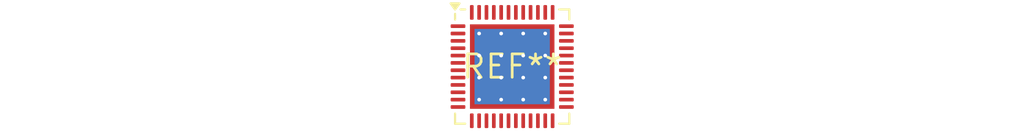
<source format=kicad_pcb>
(kicad_pcb (version 20240108) (generator pcbnew)
  (layers (0 "F.Cu" signal) (31 "B.Cu" signal) (34 "B.Paste" user) (35 "F.Paste" user) (36 "B.SilkS" user "B.Silkscreen") (37 "F.SilkS" user "F.Silkscreen") (38 "B.Mask" user) (39 "F.Mask" user) (44 "Edge.Cuts" user))
  (net 0 "")
  (footprint "QFN-48-1EP_6x6mm_P0.4mm_EP4.6x4.6mm_ThermalVias" (layer "F.Cu") (at 0 0)
    (property "Reference" "REF**")
    (property "Value" "QFN-48-1EP_6x6mm_P0.4mm_EP4.6x4.6mm_ThermalVias")
    (fp_line (start -3.11 -2.56) (end -3.11 -2.87) (layer "F.SilkS") (stroke (width 0.12)))
    (fp_line (start -3.11 3.11) (end -3.11 2.56) (layer "F.SilkS") (stroke (width 0.12)))
    (fp_line (start -2.56 -3.11) (end -2.81 -3.11) (layer "F.SilkS") (stroke (width 0.12)))
    (fp_line (start -2.56 3.11) (end -3.11 3.11) (layer "F.SilkS") (stroke (width 0.12)))
    (fp_line (start 2.56 -3.11) (end 3.11 -3.11) (layer "F.SilkS") (stroke (width 0.12)))
    (fp_line (start 2.56 3.11) (end 3.11 3.11) (layer "F.SilkS") (stroke (width 0.12)))
    (fp_line (start 3.11 -3.11) (end 3.11 -2.56) (layer "F.SilkS") (stroke (width 0.12)))
    (fp_line (start 3.11 3.11) (end 3.11 2.56) (layer "F.SilkS") (stroke (width 0.12)))
    (fp_poly (pts (xy -3.11 -3.11) (xy -3.35 -3.44) (xy -2.87 -3.44) (xy -3.11 -3.11)) (layer "F.SilkS") (stroke (width 0.12)) (fill solid))
    (pad "1" smd roundrect (at -2.95 -2.2) (size 0.8 0.2) (layers "F.Cu" "F.Paste" "F.Mask"))
    (pad "2" smd roundrect (at -2.95 -1.8) (size 0.8 0.2) (layers "F.Cu" "F.Paste" "F.Mask"))
    (pad "3" smd roundrect (at -2.95 -1.4) (size 0.8 0.2) (layers "F.Cu" "F.Paste" "F.Mask"))
    (pad "4" smd roundrect (at -2.95 -1) (size 0.8 0.2) (layers "F.Cu" "F.Paste" "F.Mask"))
    (pad "5" smd roundrect (at -2.95 -0.6) (size 0.8 0.2) (layers "F.Cu" "F.Paste" "F.Mask"))
    (pad "6" smd roundrect (at -2.95 -0.2) (size 0.8 0.2) (layers "F.Cu" "F.Paste" "F.Mask"))
    (pad "7" smd roundrect (at -2.95 0.2) (size 0.8 0.2) (layers "F.Cu" "F.Paste" "F.Mask"))
    (pad "8" smd roundrect (at -2.95 0.6) (size 0.8 0.2) (layers "F.Cu" "F.Paste" "F.Mask"))
    (pad "9" smd roundrect (at -2.95 1) (size 0.8 0.2) (layers "F.Cu" "F.Paste" "F.Mask"))
    (pad "10" smd roundrect (at -2.95 1.4) (size 0.8 0.2) (layers "F.Cu" "F.Paste" "F.Mask"))
    (pad "11" smd roundrect (at -2.95 1.8) (size 0.8 0.2) (layers "F.Cu" "F.Paste" "F.Mask"))
    (pad "12" smd roundrect (at -2.95 2.2) (size 0.8 0.2) (layers "F.Cu" "F.Paste" "F.Mask"))
    (pad "13" smd roundrect (at -2.2 2.95) (size 0.2 0.8) (layers "F.Cu" "F.Paste" "F.Mask"))
    (pad "14" smd roundrect (at -1.8 2.95) (size 0.2 0.8) (layers "F.Cu" "F.Paste" "F.Mask"))
    (pad "15" smd roundrect (at -1.4 2.95) (size 0.2 0.8) (layers "F.Cu" "F.Paste" "F.Mask"))
    (pad "16" smd roundrect (at -1 2.95) (size 0.2 0.8) (layers "F.Cu" "F.Paste" "F.Mask"))
    (pad "17" smd roundrect (at -0.6 2.95) (size 0.2 0.8) (layers "F.Cu" "F.Paste" "F.Mask"))
    (pad "18" smd roundrect (at -0.2 2.95) (size 0.2 0.8) (layers "F.Cu" "F.Paste" "F.Mask"))
    (pad "19" smd roundrect (at 0.2 2.95) (size 0.2 0.8) (layers "F.Cu" "F.Paste" "F.Mask"))
    (pad "20" smd roundrect (at 0.6 2.95) (size 0.2 0.8) (layers "F.Cu" "F.Paste" "F.Mask"))
    (pad "21" smd roundrect (at 1 2.95) (size 0.2 0.8) (layers "F.Cu" "F.Paste" "F.Mask"))
    (pad "22" smd roundrect (at 1.4 2.95) (size 0.2 0.8) (layers "F.Cu" "F.Paste" "F.Mask"))
    (pad "23" smd roundrect (at 1.8 2.95) (size 0.2 0.8) (layers "F.Cu" "F.Paste" "F.Mask"))
    (pad "24" smd roundrect (at 2.2 2.95) (size 0.2 0.8) (layers "F.Cu" "F.Paste" "F.Mask"))
    (pad "25" smd roundrect (at 2.95 2.2) (size 0.8 0.2) (layers "F.Cu" "F.Paste" "F.Mask"))
    (pad "26" smd roundrect (at 2.95 1.8) (size 0.8 0.2) (layers "F.Cu" "F.Paste" "F.Mask"))
    (pad "27" smd roundrect (at 2.95 1.4) (size 0.8 0.2) (layers "F.Cu" "F.Paste" "F.Mask"))
    (pad "28" smd roundrect (at 2.95 1) (size 0.8 0.2) (layers "F.Cu" "F.Paste" "F.Mask"))
    (pad "29" smd roundrect (at 2.95 0.6) (size 0.8 0.2) (layers "F.Cu" "F.Paste" "F.Mask"))
    (pad "30" smd roundrect (at 2.95 0.2) (size 0.8 0.2) (layers "F.Cu" "F.Paste" "F.Mask"))
    (pad "31" smd roundrect (at 2.95 -0.2) (size 0.8 0.2) (layers "F.Cu" "F.Paste" "F.Mask"))
    (pad "32" smd roundrect (at 2.95 -0.6) (size 0.8 0.2) (layers "F.Cu" "F.Paste" "F.Mask"))
    (pad "33" smd roundrect (at 2.95 -1) (size 0.8 0.2) (layers "F.Cu" "F.Paste" "F.Mask"))
    (pad "34" smd roundrect (at 2.95 -1.4) (size 0.8 0.2) (layers "F.Cu" "F.Paste" "F.Mask"))
    (pad "35" smd roundrect (at 2.95 -1.8) (size 0.8 0.2) (layers "F.Cu" "F.Paste" "F.Mask"))
    (pad "36" smd roundrect (at 2.95 -2.2) (size 0.8 0.2) (layers "F.Cu" "F.Paste" "F.Mask"))
    (pad "37" smd roundrect (at 2.2 -2.95) (size 0.2 0.8) (layers "F.Cu" "F.Paste" "F.Mask"))
    (pad "38" smd roundrect (at 1.8 -2.95) (size 0.2 0.8) (layers "F.Cu" "F.Paste" "F.Mask"))
    (pad "39" smd roundrect (at 1.4 -2.95) (size 0.2 0.8) (layers "F.Cu" "F.Paste" "F.Mask"))
    (pad "40" smd roundrect (at 1 -2.95) (size 0.2 0.8) (layers "F.Cu" "F.Paste" "F.Mask"))
    (pad "41" smd roundrect (at 0.6 -2.95) (size 0.2 0.8) (layers "F.Cu" "F.Paste" "F.Mask"))
    (pad "42" smd roundrect (at 0.2 -2.95) (size 0.2 0.8) (layers "F.Cu" "F.Paste" "F.Mask"))
    (pad "43" smd roundrect (at -0.2 -2.95) (size 0.2 0.8) (layers "F.Cu" "F.Paste" "F.Mask"))
    (pad "44" smd roundrect (at -0.6 -2.95) (size 0.2 0.8) (layers "F.Cu" "F.Paste" "F.Mask"))
    (pad "45" smd roundrect (at -1 -2.95) (size 0.2 0.8) (layers "F.Cu" "F.Paste" "F.Mask"))
    (pad "46" smd roundrect (at -1.4 -2.95) (size 0.2 0.8) (layers "F.Cu" "F.Paste" "F.Mask"))
    (pad "47" smd roundrect (at -1.8 -2.95) (size 0.2 0.8) (layers "F.Cu" "F.Paste" "F.Mask"))
    (pad "48" smd roundrect (at -2.2 -2.95) (size 0.2 0.8) (layers "F.Cu" "F.Paste" "F.Mask"))
    (pad "49" thru_hole circle (at -1.8 -1.8) (size 0.5 0.5) (drill 0.2) (property pad_prop_heatsink) (layers *.Cu) (remove_unused_layers))
    (pad "49" thru_hole circle (at -1.8 -0.6) (size 0.5 0.5) (drill 0.2) (property pad_prop_heatsink) (layers *.Cu) (remove_unused_layers))
    (pad "49" thru_hole circle (at -1.8 0.6) (size 0.5 0.5) (drill 0.2) (property pad_prop_heatsink) (layers *.Cu) (remove_unused_layers))
    (pad "49" thru_hole circle (at -1.8 1.8) (size 0.5 0.5) (drill 0.2) (property pad_prop_heatsink) (layers *.Cu) (remove_unused_layers))
    (pad "49" thru_hole circle (at -0.6 -1.8) (size 0.5 0.5) (drill 0.2) (property pad_prop_heatsink) (layers *.Cu) (remove_unused_layers))
    (pad "49" thru_hole circle (at -0.6 -0.6) (size 0.5 0.5) (drill 0.2) (property pad_prop_heatsink) (layers *.Cu) (remove_unused_layers))
    (pad "49" thru_hole circle (at -0.6 0.6) (size 0.5 0.5) (drill 0.2) (property pad_prop_heatsink) (layers *.Cu) (remove_unused_layers))
    (pad "49" thru_hole circle (at -0.6 1.8) (size 0.5 0.5) (drill 0.2) (property pad_prop_heatsink) (layers *.Cu) (remove_unused_layers))
    (pad "49" smd rect (at 0 0) (size 4.1 4.1) (property pad_prop_heatsink) (layers "B.Cu"))
    (pad "49" smd rect (at 0 0) (size 4.6 4.6) (property pad_prop_heatsink) (layers "F.Cu" "F.Mask"))
    (pad "49" thru_hole circle (at 0.6 -1.8) (size 0.5 0.5) (drill 0.2) (property pad_prop_heatsink) (layers *.Cu) (remove_unused_layers))
    (pad "49" thru_hole circle (at 0.6 -0.6) (size 0.5 0.5) (drill 0.2) (property pad_prop_heatsink) (layers *.Cu) (remove_unused_layers))
    (pad "49" thru_hole circle (at 0.6 0.6) (size 0.5 0.5) (drill 0.2) (property pad_prop_heatsink) (layers *.Cu) (remove_unused_layers))
    (pad "49" thru_hole circle (at 0.6 1.8) (size 0.5 0.5) (drill 0.2) (property pad_prop_heatsink) (layers *.Cu) (remove_unused_layers))
    (pad "49" thru_hole circle (at 1.8 -1.8) (size 0.5 0.5) (drill 0.2) (property pad_prop_heatsink) (layers *.Cu) (remove_unused_layers))
    (pad "49" thru_hole circle (at 1.8 -0.6) (size 0.5 0.5) (drill 0.2) (property pad_prop_heatsink) (layers *.Cu) (remove_unused_layers))
    (pad "49" thru_hole circle (at 1.8 0.6) (size 0.5 0.5) (drill 0.2) (property pad_prop_heatsink) (layers *.Cu) (remove_unused_layers))
    (pad "49" thru_hole circle (at 1.8 1.8) (size 0.5 0.5) (drill 0.2) (property pad_prop_heatsink) (layers *.Cu) (remove_unused_layers))
  )
)
</source>
